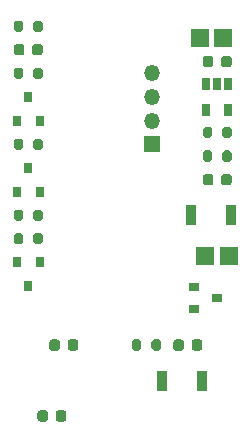
<source format=gbr>
G04 #@! TF.GenerationSoftware,KiCad,Pcbnew,(5.1.10)-1*
G04 #@! TF.CreationDate,2021-12-13T18:57:16+09:00*
G04 #@! TF.ProjectId,cat_toilet,6361745f-746f-4696-9c65-742e6b696361,rev?*
G04 #@! TF.SameCoordinates,Original*
G04 #@! TF.FileFunction,Paste,Bot*
G04 #@! TF.FilePolarity,Positive*
%FSLAX46Y46*%
G04 Gerber Fmt 4.6, Leading zero omitted, Abs format (unit mm)*
G04 Created by KiCad (PCBNEW (5.1.10)-1) date 2021-12-13 18:57:16*
%MOMM*%
%LPD*%
G01*
G04 APERTURE LIST*
%ADD10R,1.500000X1.500000*%
%ADD11R,0.650000X1.060000*%
%ADD12R,0.900000X0.800000*%
%ADD13R,0.900000X1.700000*%
%ADD14R,0.800000X0.900000*%
%ADD15O,1.350000X1.350000*%
%ADD16R,1.350000X1.350000*%
G04 APERTURE END LIST*
D10*
X18500000Y-13500000D03*
X20500000Y-13500000D03*
D11*
X19050000Y-19600000D03*
X20950000Y-19600000D03*
X20950000Y-17400000D03*
X20000000Y-17400000D03*
X19050000Y-17400000D03*
D12*
X20000000Y-35500000D03*
X18000000Y-34550000D03*
X18000000Y-36450000D03*
D10*
X21000000Y-32000000D03*
X19000000Y-32000000D03*
D13*
X18700000Y-42500000D03*
X15300000Y-42500000D03*
X21200000Y-28500000D03*
X17800000Y-28500000D03*
G36*
G01*
X4425000Y-22775000D02*
X4425000Y-22225000D01*
G75*
G02*
X4625000Y-22025000I200000J0D01*
G01*
X5025000Y-22025000D01*
G75*
G02*
X5225000Y-22225000I0J-200000D01*
G01*
X5225000Y-22775000D01*
G75*
G02*
X5025000Y-22975000I-200000J0D01*
G01*
X4625000Y-22975000D01*
G75*
G02*
X4425000Y-22775000I0J200000D01*
G01*
G37*
G36*
G01*
X2775000Y-22775000D02*
X2775000Y-22225000D01*
G75*
G02*
X2975000Y-22025000I200000J0D01*
G01*
X3375000Y-22025000D01*
G75*
G02*
X3575000Y-22225000I0J-200000D01*
G01*
X3575000Y-22775000D01*
G75*
G02*
X3375000Y-22975000I-200000J0D01*
G01*
X2975000Y-22975000D01*
G75*
G02*
X2775000Y-22775000I0J200000D01*
G01*
G37*
G36*
G01*
X14425000Y-39775000D02*
X14425000Y-39225000D01*
G75*
G02*
X14625000Y-39025000I200000J0D01*
G01*
X15025000Y-39025000D01*
G75*
G02*
X15225000Y-39225000I0J-200000D01*
G01*
X15225000Y-39775000D01*
G75*
G02*
X15025000Y-39975000I-200000J0D01*
G01*
X14625000Y-39975000D01*
G75*
G02*
X14425000Y-39775000I0J200000D01*
G01*
G37*
G36*
G01*
X12775000Y-39775000D02*
X12775000Y-39225000D01*
G75*
G02*
X12975000Y-39025000I200000J0D01*
G01*
X13375000Y-39025000D01*
G75*
G02*
X13575000Y-39225000I0J-200000D01*
G01*
X13575000Y-39775000D01*
G75*
G02*
X13375000Y-39975000I-200000J0D01*
G01*
X12975000Y-39975000D01*
G75*
G02*
X12775000Y-39775000I0J200000D01*
G01*
G37*
G36*
G01*
X3575000Y-12225000D02*
X3575000Y-12775000D01*
G75*
G02*
X3375000Y-12975000I-200000J0D01*
G01*
X2975000Y-12975000D01*
G75*
G02*
X2775000Y-12775000I0J200000D01*
G01*
X2775000Y-12225000D01*
G75*
G02*
X2975000Y-12025000I200000J0D01*
G01*
X3375000Y-12025000D01*
G75*
G02*
X3575000Y-12225000I0J-200000D01*
G01*
G37*
G36*
G01*
X5225000Y-12225000D02*
X5225000Y-12775000D01*
G75*
G02*
X5025000Y-12975000I-200000J0D01*
G01*
X4625000Y-12975000D01*
G75*
G02*
X4425000Y-12775000I0J200000D01*
G01*
X4425000Y-12225000D01*
G75*
G02*
X4625000Y-12025000I200000J0D01*
G01*
X5025000Y-12025000D01*
G75*
G02*
X5225000Y-12225000I0J-200000D01*
G01*
G37*
G36*
G01*
X3575000Y-30225000D02*
X3575000Y-30775000D01*
G75*
G02*
X3375000Y-30975000I-200000J0D01*
G01*
X2975000Y-30975000D01*
G75*
G02*
X2775000Y-30775000I0J200000D01*
G01*
X2775000Y-30225000D01*
G75*
G02*
X2975000Y-30025000I200000J0D01*
G01*
X3375000Y-30025000D01*
G75*
G02*
X3575000Y-30225000I0J-200000D01*
G01*
G37*
G36*
G01*
X5225000Y-30225000D02*
X5225000Y-30775000D01*
G75*
G02*
X5025000Y-30975000I-200000J0D01*
G01*
X4625000Y-30975000D01*
G75*
G02*
X4425000Y-30775000I0J200000D01*
G01*
X4425000Y-30225000D01*
G75*
G02*
X4625000Y-30025000I200000J0D01*
G01*
X5025000Y-30025000D01*
G75*
G02*
X5225000Y-30225000I0J-200000D01*
G01*
G37*
G36*
G01*
X20425000Y-23775000D02*
X20425000Y-23225000D01*
G75*
G02*
X20625000Y-23025000I200000J0D01*
G01*
X21025000Y-23025000D01*
G75*
G02*
X21225000Y-23225000I0J-200000D01*
G01*
X21225000Y-23775000D01*
G75*
G02*
X21025000Y-23975000I-200000J0D01*
G01*
X20625000Y-23975000D01*
G75*
G02*
X20425000Y-23775000I0J200000D01*
G01*
G37*
G36*
G01*
X18775000Y-23775000D02*
X18775000Y-23225000D01*
G75*
G02*
X18975000Y-23025000I200000J0D01*
G01*
X19375000Y-23025000D01*
G75*
G02*
X19575000Y-23225000I0J-200000D01*
G01*
X19575000Y-23775000D01*
G75*
G02*
X19375000Y-23975000I-200000J0D01*
G01*
X18975000Y-23975000D01*
G75*
G02*
X18775000Y-23775000I0J200000D01*
G01*
G37*
G36*
G01*
X20425000Y-21775000D02*
X20425000Y-21225000D01*
G75*
G02*
X20625000Y-21025000I200000J0D01*
G01*
X21025000Y-21025000D01*
G75*
G02*
X21225000Y-21225000I0J-200000D01*
G01*
X21225000Y-21775000D01*
G75*
G02*
X21025000Y-21975000I-200000J0D01*
G01*
X20625000Y-21975000D01*
G75*
G02*
X20425000Y-21775000I0J200000D01*
G01*
G37*
G36*
G01*
X18775000Y-21775000D02*
X18775000Y-21225000D01*
G75*
G02*
X18975000Y-21025000I200000J0D01*
G01*
X19375000Y-21025000D01*
G75*
G02*
X19575000Y-21225000I0J-200000D01*
G01*
X19575000Y-21775000D01*
G75*
G02*
X19375000Y-21975000I-200000J0D01*
G01*
X18975000Y-21975000D01*
G75*
G02*
X18775000Y-21775000I0J200000D01*
G01*
G37*
G36*
G01*
X3575000Y-28225000D02*
X3575000Y-28775000D01*
G75*
G02*
X3375000Y-28975000I-200000J0D01*
G01*
X2975000Y-28975000D01*
G75*
G02*
X2775000Y-28775000I0J200000D01*
G01*
X2775000Y-28225000D01*
G75*
G02*
X2975000Y-28025000I200000J0D01*
G01*
X3375000Y-28025000D01*
G75*
G02*
X3575000Y-28225000I0J-200000D01*
G01*
G37*
G36*
G01*
X5225000Y-28225000D02*
X5225000Y-28775000D01*
G75*
G02*
X5025000Y-28975000I-200000J0D01*
G01*
X4625000Y-28975000D01*
G75*
G02*
X4425000Y-28775000I0J200000D01*
G01*
X4425000Y-28225000D01*
G75*
G02*
X4625000Y-28025000I200000J0D01*
G01*
X5025000Y-28025000D01*
G75*
G02*
X5225000Y-28225000I0J-200000D01*
G01*
G37*
G36*
G01*
X4425000Y-16775000D02*
X4425000Y-16225000D01*
G75*
G02*
X4625000Y-16025000I200000J0D01*
G01*
X5025000Y-16025000D01*
G75*
G02*
X5225000Y-16225000I0J-200000D01*
G01*
X5225000Y-16775000D01*
G75*
G02*
X5025000Y-16975000I-200000J0D01*
G01*
X4625000Y-16975000D01*
G75*
G02*
X4425000Y-16775000I0J200000D01*
G01*
G37*
G36*
G01*
X2775000Y-16775000D02*
X2775000Y-16225000D01*
G75*
G02*
X2975000Y-16025000I200000J0D01*
G01*
X3375000Y-16025000D01*
G75*
G02*
X3575000Y-16225000I0J-200000D01*
G01*
X3575000Y-16775000D01*
G75*
G02*
X3375000Y-16975000I-200000J0D01*
G01*
X2975000Y-16975000D01*
G75*
G02*
X2775000Y-16775000I0J200000D01*
G01*
G37*
D14*
X4000000Y-18500000D03*
X3050000Y-20500000D03*
X4950000Y-20500000D03*
X4000000Y-24500000D03*
X3050000Y-26500000D03*
X4950000Y-26500000D03*
X4000000Y-34500000D03*
X4950000Y-32500000D03*
X3050000Y-32500000D03*
D15*
X14500000Y-16500000D03*
X14500000Y-18500000D03*
X14500000Y-20500000D03*
D16*
X14500000Y-22500000D03*
G36*
G01*
X4325000Y-14750000D02*
X4325000Y-14250000D01*
G75*
G02*
X4550000Y-14025000I225000J0D01*
G01*
X5000000Y-14025000D01*
G75*
G02*
X5225000Y-14250000I0J-225000D01*
G01*
X5225000Y-14750000D01*
G75*
G02*
X5000000Y-14975000I-225000J0D01*
G01*
X4550000Y-14975000D01*
G75*
G02*
X4325000Y-14750000I0J225000D01*
G01*
G37*
G36*
G01*
X2775000Y-14750000D02*
X2775000Y-14250000D01*
G75*
G02*
X3000000Y-14025000I225000J0D01*
G01*
X3450000Y-14025000D01*
G75*
G02*
X3675000Y-14250000I0J-225000D01*
G01*
X3675000Y-14750000D01*
G75*
G02*
X3450000Y-14975000I-225000J0D01*
G01*
X3000000Y-14975000D01*
G75*
G02*
X2775000Y-14750000I0J225000D01*
G01*
G37*
G36*
G01*
X17825000Y-39750000D02*
X17825000Y-39250000D01*
G75*
G02*
X18050000Y-39025000I225000J0D01*
G01*
X18500000Y-39025000D01*
G75*
G02*
X18725000Y-39250000I0J-225000D01*
G01*
X18725000Y-39750000D01*
G75*
G02*
X18500000Y-39975000I-225000J0D01*
G01*
X18050000Y-39975000D01*
G75*
G02*
X17825000Y-39750000I0J225000D01*
G01*
G37*
G36*
G01*
X16275000Y-39750000D02*
X16275000Y-39250000D01*
G75*
G02*
X16500000Y-39025000I225000J0D01*
G01*
X16950000Y-39025000D01*
G75*
G02*
X17175000Y-39250000I0J-225000D01*
G01*
X17175000Y-39750000D01*
G75*
G02*
X16950000Y-39975000I-225000J0D01*
G01*
X16500000Y-39975000D01*
G75*
G02*
X16275000Y-39750000I0J225000D01*
G01*
G37*
G36*
G01*
X19675000Y-25250000D02*
X19675000Y-25750000D01*
G75*
G02*
X19450000Y-25975000I-225000J0D01*
G01*
X19000000Y-25975000D01*
G75*
G02*
X18775000Y-25750000I0J225000D01*
G01*
X18775000Y-25250000D01*
G75*
G02*
X19000000Y-25025000I225000J0D01*
G01*
X19450000Y-25025000D01*
G75*
G02*
X19675000Y-25250000I0J-225000D01*
G01*
G37*
G36*
G01*
X21225000Y-25250000D02*
X21225000Y-25750000D01*
G75*
G02*
X21000000Y-25975000I-225000J0D01*
G01*
X20550000Y-25975000D01*
G75*
G02*
X20325000Y-25750000I0J225000D01*
G01*
X20325000Y-25250000D01*
G75*
G02*
X20550000Y-25025000I225000J0D01*
G01*
X21000000Y-25025000D01*
G75*
G02*
X21225000Y-25250000I0J-225000D01*
G01*
G37*
G36*
G01*
X19675000Y-15250000D02*
X19675000Y-15750000D01*
G75*
G02*
X19450000Y-15975000I-225000J0D01*
G01*
X19000000Y-15975000D01*
G75*
G02*
X18775000Y-15750000I0J225000D01*
G01*
X18775000Y-15250000D01*
G75*
G02*
X19000000Y-15025000I225000J0D01*
G01*
X19450000Y-15025000D01*
G75*
G02*
X19675000Y-15250000I0J-225000D01*
G01*
G37*
G36*
G01*
X21225000Y-15250000D02*
X21225000Y-15750000D01*
G75*
G02*
X21000000Y-15975000I-225000J0D01*
G01*
X20550000Y-15975000D01*
G75*
G02*
X20325000Y-15750000I0J225000D01*
G01*
X20325000Y-15250000D01*
G75*
G02*
X20550000Y-15025000I225000J0D01*
G01*
X21000000Y-15025000D01*
G75*
G02*
X21225000Y-15250000I0J-225000D01*
G01*
G37*
G36*
G01*
X7325000Y-39750000D02*
X7325000Y-39250000D01*
G75*
G02*
X7550000Y-39025000I225000J0D01*
G01*
X8000000Y-39025000D01*
G75*
G02*
X8225000Y-39250000I0J-225000D01*
G01*
X8225000Y-39750000D01*
G75*
G02*
X8000000Y-39975000I-225000J0D01*
G01*
X7550000Y-39975000D01*
G75*
G02*
X7325000Y-39750000I0J225000D01*
G01*
G37*
G36*
G01*
X5775000Y-39750000D02*
X5775000Y-39250000D01*
G75*
G02*
X6000000Y-39025000I225000J0D01*
G01*
X6450000Y-39025000D01*
G75*
G02*
X6675000Y-39250000I0J-225000D01*
G01*
X6675000Y-39750000D01*
G75*
G02*
X6450000Y-39975000I-225000J0D01*
G01*
X6000000Y-39975000D01*
G75*
G02*
X5775000Y-39750000I0J225000D01*
G01*
G37*
G36*
G01*
X6325000Y-45750000D02*
X6325000Y-45250000D01*
G75*
G02*
X6550000Y-45025000I225000J0D01*
G01*
X7000000Y-45025000D01*
G75*
G02*
X7225000Y-45250000I0J-225000D01*
G01*
X7225000Y-45750000D01*
G75*
G02*
X7000000Y-45975000I-225000J0D01*
G01*
X6550000Y-45975000D01*
G75*
G02*
X6325000Y-45750000I0J225000D01*
G01*
G37*
G36*
G01*
X4775000Y-45750000D02*
X4775000Y-45250000D01*
G75*
G02*
X5000000Y-45025000I225000J0D01*
G01*
X5450000Y-45025000D01*
G75*
G02*
X5675000Y-45250000I0J-225000D01*
G01*
X5675000Y-45750000D01*
G75*
G02*
X5450000Y-45975000I-225000J0D01*
G01*
X5000000Y-45975000D01*
G75*
G02*
X4775000Y-45750000I0J225000D01*
G01*
G37*
M02*

</source>
